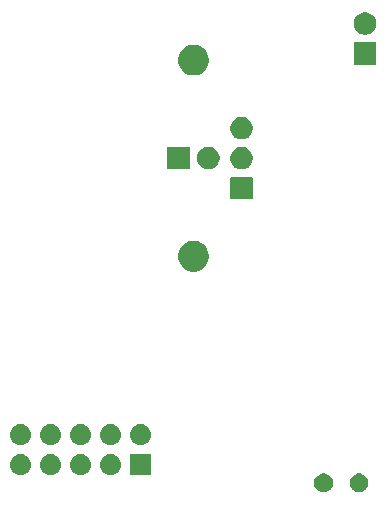
<source format=gbs>
G04 #@! TF.GenerationSoftware,KiCad,Pcbnew,(5.1.0)-1*
G04 #@! TF.CreationDate,2019-04-11T16:46:24+05:30*
G04 #@! TF.ProjectId,senseBe_rev3_main,73656e73-6542-4655-9f72-6576335f6d61,rev?*
G04 #@! TF.SameCoordinates,Original*
G04 #@! TF.FileFunction,Soldermask,Bot*
G04 #@! TF.FilePolarity,Negative*
%FSLAX46Y46*%
G04 Gerber Fmt 4.6, Leading zero omitted, Abs format (unit mm)*
G04 Created by KiCad (PCBNEW (5.1.0)-1) date 2019-04-11 16:46:24*
%MOMM*%
%LPD*%
G04 APERTURE LIST*
%ADD10C,0.100000*%
G04 APERTURE END LIST*
D10*
G36*
X44233642Y-52729781D02*
G01*
X44379414Y-52790162D01*
X44379416Y-52790163D01*
X44510608Y-52877822D01*
X44622178Y-52989392D01*
X44709837Y-53120584D01*
X44709838Y-53120586D01*
X44770219Y-53266358D01*
X44801000Y-53421107D01*
X44801000Y-53578893D01*
X44770219Y-53733642D01*
X44709838Y-53879414D01*
X44709837Y-53879416D01*
X44622178Y-54010608D01*
X44510608Y-54122178D01*
X44379416Y-54209837D01*
X44379415Y-54209838D01*
X44379414Y-54209838D01*
X44233642Y-54270219D01*
X44078893Y-54301000D01*
X43921107Y-54301000D01*
X43766358Y-54270219D01*
X43620586Y-54209838D01*
X43620585Y-54209838D01*
X43620584Y-54209837D01*
X43489392Y-54122178D01*
X43377822Y-54010608D01*
X43290163Y-53879416D01*
X43290162Y-53879414D01*
X43229781Y-53733642D01*
X43199000Y-53578893D01*
X43199000Y-53421107D01*
X43229781Y-53266358D01*
X43290162Y-53120586D01*
X43290163Y-53120584D01*
X43377822Y-52989392D01*
X43489392Y-52877822D01*
X43620584Y-52790163D01*
X43620586Y-52790162D01*
X43766358Y-52729781D01*
X43921107Y-52699000D01*
X44078893Y-52699000D01*
X44233642Y-52729781D01*
X44233642Y-52729781D01*
G37*
G36*
X41233642Y-52729781D02*
G01*
X41379414Y-52790162D01*
X41379416Y-52790163D01*
X41510608Y-52877822D01*
X41622178Y-52989392D01*
X41709837Y-53120584D01*
X41709838Y-53120586D01*
X41770219Y-53266358D01*
X41801000Y-53421107D01*
X41801000Y-53578893D01*
X41770219Y-53733642D01*
X41709838Y-53879414D01*
X41709837Y-53879416D01*
X41622178Y-54010608D01*
X41510608Y-54122178D01*
X41379416Y-54209837D01*
X41379415Y-54209838D01*
X41379414Y-54209838D01*
X41233642Y-54270219D01*
X41078893Y-54301000D01*
X40921107Y-54301000D01*
X40766358Y-54270219D01*
X40620586Y-54209838D01*
X40620585Y-54209838D01*
X40620584Y-54209837D01*
X40489392Y-54122178D01*
X40377822Y-54010608D01*
X40290163Y-53879416D01*
X40290162Y-53879414D01*
X40229781Y-53733642D01*
X40199000Y-53578893D01*
X40199000Y-53421107D01*
X40229781Y-53266358D01*
X40290162Y-53120586D01*
X40290163Y-53120584D01*
X40377822Y-52989392D01*
X40489392Y-52877822D01*
X40620584Y-52790163D01*
X40620586Y-52790162D01*
X40766358Y-52729781D01*
X40921107Y-52699000D01*
X41078893Y-52699000D01*
X41233642Y-52729781D01*
X41233642Y-52729781D01*
G37*
G36*
X20530442Y-51055518D02*
G01*
X20596627Y-51062037D01*
X20766466Y-51113557D01*
X20922991Y-51197222D01*
X20958729Y-51226552D01*
X21060186Y-51309814D01*
X21143448Y-51411271D01*
X21172778Y-51447009D01*
X21256443Y-51603534D01*
X21307963Y-51773373D01*
X21325359Y-51950000D01*
X21307963Y-52126627D01*
X21256443Y-52296466D01*
X21172778Y-52452991D01*
X21143448Y-52488729D01*
X21060186Y-52590186D01*
X20958729Y-52673448D01*
X20922991Y-52702778D01*
X20766466Y-52786443D01*
X20596627Y-52837963D01*
X20530443Y-52844481D01*
X20464260Y-52851000D01*
X20375740Y-52851000D01*
X20309557Y-52844481D01*
X20243373Y-52837963D01*
X20073534Y-52786443D01*
X19917009Y-52702778D01*
X19881271Y-52673448D01*
X19779814Y-52590186D01*
X19696552Y-52488729D01*
X19667222Y-52452991D01*
X19583557Y-52296466D01*
X19532037Y-52126627D01*
X19514641Y-51950000D01*
X19532037Y-51773373D01*
X19583557Y-51603534D01*
X19667222Y-51447009D01*
X19696552Y-51411271D01*
X19779814Y-51309814D01*
X19881271Y-51226552D01*
X19917009Y-51197222D01*
X20073534Y-51113557D01*
X20243373Y-51062037D01*
X20309558Y-51055518D01*
X20375740Y-51049000D01*
X20464260Y-51049000D01*
X20530442Y-51055518D01*
X20530442Y-51055518D01*
G37*
G36*
X26401000Y-52851000D02*
G01*
X24599000Y-52851000D01*
X24599000Y-51049000D01*
X26401000Y-51049000D01*
X26401000Y-52851000D01*
X26401000Y-52851000D01*
G37*
G36*
X15450442Y-51055518D02*
G01*
X15516627Y-51062037D01*
X15686466Y-51113557D01*
X15842991Y-51197222D01*
X15878729Y-51226552D01*
X15980186Y-51309814D01*
X16063448Y-51411271D01*
X16092778Y-51447009D01*
X16176443Y-51603534D01*
X16227963Y-51773373D01*
X16245359Y-51950000D01*
X16227963Y-52126627D01*
X16176443Y-52296466D01*
X16092778Y-52452991D01*
X16063448Y-52488729D01*
X15980186Y-52590186D01*
X15878729Y-52673448D01*
X15842991Y-52702778D01*
X15686466Y-52786443D01*
X15516627Y-52837963D01*
X15450443Y-52844481D01*
X15384260Y-52851000D01*
X15295740Y-52851000D01*
X15229557Y-52844481D01*
X15163373Y-52837963D01*
X14993534Y-52786443D01*
X14837009Y-52702778D01*
X14801271Y-52673448D01*
X14699814Y-52590186D01*
X14616552Y-52488729D01*
X14587222Y-52452991D01*
X14503557Y-52296466D01*
X14452037Y-52126627D01*
X14434641Y-51950000D01*
X14452037Y-51773373D01*
X14503557Y-51603534D01*
X14587222Y-51447009D01*
X14616552Y-51411271D01*
X14699814Y-51309814D01*
X14801271Y-51226552D01*
X14837009Y-51197222D01*
X14993534Y-51113557D01*
X15163373Y-51062037D01*
X15229558Y-51055518D01*
X15295740Y-51049000D01*
X15384260Y-51049000D01*
X15450442Y-51055518D01*
X15450442Y-51055518D01*
G37*
G36*
X17990442Y-51055518D02*
G01*
X18056627Y-51062037D01*
X18226466Y-51113557D01*
X18382991Y-51197222D01*
X18418729Y-51226552D01*
X18520186Y-51309814D01*
X18603448Y-51411271D01*
X18632778Y-51447009D01*
X18716443Y-51603534D01*
X18767963Y-51773373D01*
X18785359Y-51950000D01*
X18767963Y-52126627D01*
X18716443Y-52296466D01*
X18632778Y-52452991D01*
X18603448Y-52488729D01*
X18520186Y-52590186D01*
X18418729Y-52673448D01*
X18382991Y-52702778D01*
X18226466Y-52786443D01*
X18056627Y-52837963D01*
X17990443Y-52844481D01*
X17924260Y-52851000D01*
X17835740Y-52851000D01*
X17769557Y-52844481D01*
X17703373Y-52837963D01*
X17533534Y-52786443D01*
X17377009Y-52702778D01*
X17341271Y-52673448D01*
X17239814Y-52590186D01*
X17156552Y-52488729D01*
X17127222Y-52452991D01*
X17043557Y-52296466D01*
X16992037Y-52126627D01*
X16974641Y-51950000D01*
X16992037Y-51773373D01*
X17043557Y-51603534D01*
X17127222Y-51447009D01*
X17156552Y-51411271D01*
X17239814Y-51309814D01*
X17341271Y-51226552D01*
X17377009Y-51197222D01*
X17533534Y-51113557D01*
X17703373Y-51062037D01*
X17769558Y-51055518D01*
X17835740Y-51049000D01*
X17924260Y-51049000D01*
X17990442Y-51055518D01*
X17990442Y-51055518D01*
G37*
G36*
X23070442Y-51055518D02*
G01*
X23136627Y-51062037D01*
X23306466Y-51113557D01*
X23462991Y-51197222D01*
X23498729Y-51226552D01*
X23600186Y-51309814D01*
X23683448Y-51411271D01*
X23712778Y-51447009D01*
X23796443Y-51603534D01*
X23847963Y-51773373D01*
X23865359Y-51950000D01*
X23847963Y-52126627D01*
X23796443Y-52296466D01*
X23712778Y-52452991D01*
X23683448Y-52488729D01*
X23600186Y-52590186D01*
X23498729Y-52673448D01*
X23462991Y-52702778D01*
X23306466Y-52786443D01*
X23136627Y-52837963D01*
X23070443Y-52844481D01*
X23004260Y-52851000D01*
X22915740Y-52851000D01*
X22849557Y-52844481D01*
X22783373Y-52837963D01*
X22613534Y-52786443D01*
X22457009Y-52702778D01*
X22421271Y-52673448D01*
X22319814Y-52590186D01*
X22236552Y-52488729D01*
X22207222Y-52452991D01*
X22123557Y-52296466D01*
X22072037Y-52126627D01*
X22054641Y-51950000D01*
X22072037Y-51773373D01*
X22123557Y-51603534D01*
X22207222Y-51447009D01*
X22236552Y-51411271D01*
X22319814Y-51309814D01*
X22421271Y-51226552D01*
X22457009Y-51197222D01*
X22613534Y-51113557D01*
X22783373Y-51062037D01*
X22849558Y-51055518D01*
X22915740Y-51049000D01*
X23004260Y-51049000D01*
X23070442Y-51055518D01*
X23070442Y-51055518D01*
G37*
G36*
X20530443Y-48515519D02*
G01*
X20596627Y-48522037D01*
X20766466Y-48573557D01*
X20922991Y-48657222D01*
X20958729Y-48686552D01*
X21060186Y-48769814D01*
X21143448Y-48871271D01*
X21172778Y-48907009D01*
X21256443Y-49063534D01*
X21307963Y-49233373D01*
X21325359Y-49410000D01*
X21307963Y-49586627D01*
X21256443Y-49756466D01*
X21172778Y-49912991D01*
X21143448Y-49948729D01*
X21060186Y-50050186D01*
X20958729Y-50133448D01*
X20922991Y-50162778D01*
X20766466Y-50246443D01*
X20596627Y-50297963D01*
X20530442Y-50304482D01*
X20464260Y-50311000D01*
X20375740Y-50311000D01*
X20309558Y-50304482D01*
X20243373Y-50297963D01*
X20073534Y-50246443D01*
X19917009Y-50162778D01*
X19881271Y-50133448D01*
X19779814Y-50050186D01*
X19696552Y-49948729D01*
X19667222Y-49912991D01*
X19583557Y-49756466D01*
X19532037Y-49586627D01*
X19514641Y-49410000D01*
X19532037Y-49233373D01*
X19583557Y-49063534D01*
X19667222Y-48907009D01*
X19696552Y-48871271D01*
X19779814Y-48769814D01*
X19881271Y-48686552D01*
X19917009Y-48657222D01*
X20073534Y-48573557D01*
X20243373Y-48522037D01*
X20309557Y-48515519D01*
X20375740Y-48509000D01*
X20464260Y-48509000D01*
X20530443Y-48515519D01*
X20530443Y-48515519D01*
G37*
G36*
X23070443Y-48515519D02*
G01*
X23136627Y-48522037D01*
X23306466Y-48573557D01*
X23462991Y-48657222D01*
X23498729Y-48686552D01*
X23600186Y-48769814D01*
X23683448Y-48871271D01*
X23712778Y-48907009D01*
X23796443Y-49063534D01*
X23847963Y-49233373D01*
X23865359Y-49410000D01*
X23847963Y-49586627D01*
X23796443Y-49756466D01*
X23712778Y-49912991D01*
X23683448Y-49948729D01*
X23600186Y-50050186D01*
X23498729Y-50133448D01*
X23462991Y-50162778D01*
X23306466Y-50246443D01*
X23136627Y-50297963D01*
X23070442Y-50304482D01*
X23004260Y-50311000D01*
X22915740Y-50311000D01*
X22849558Y-50304482D01*
X22783373Y-50297963D01*
X22613534Y-50246443D01*
X22457009Y-50162778D01*
X22421271Y-50133448D01*
X22319814Y-50050186D01*
X22236552Y-49948729D01*
X22207222Y-49912991D01*
X22123557Y-49756466D01*
X22072037Y-49586627D01*
X22054641Y-49410000D01*
X22072037Y-49233373D01*
X22123557Y-49063534D01*
X22207222Y-48907009D01*
X22236552Y-48871271D01*
X22319814Y-48769814D01*
X22421271Y-48686552D01*
X22457009Y-48657222D01*
X22613534Y-48573557D01*
X22783373Y-48522037D01*
X22849557Y-48515519D01*
X22915740Y-48509000D01*
X23004260Y-48509000D01*
X23070443Y-48515519D01*
X23070443Y-48515519D01*
G37*
G36*
X25610443Y-48515519D02*
G01*
X25676627Y-48522037D01*
X25846466Y-48573557D01*
X26002991Y-48657222D01*
X26038729Y-48686552D01*
X26140186Y-48769814D01*
X26223448Y-48871271D01*
X26252778Y-48907009D01*
X26336443Y-49063534D01*
X26387963Y-49233373D01*
X26405359Y-49410000D01*
X26387963Y-49586627D01*
X26336443Y-49756466D01*
X26252778Y-49912991D01*
X26223448Y-49948729D01*
X26140186Y-50050186D01*
X26038729Y-50133448D01*
X26002991Y-50162778D01*
X25846466Y-50246443D01*
X25676627Y-50297963D01*
X25610442Y-50304482D01*
X25544260Y-50311000D01*
X25455740Y-50311000D01*
X25389558Y-50304482D01*
X25323373Y-50297963D01*
X25153534Y-50246443D01*
X24997009Y-50162778D01*
X24961271Y-50133448D01*
X24859814Y-50050186D01*
X24776552Y-49948729D01*
X24747222Y-49912991D01*
X24663557Y-49756466D01*
X24612037Y-49586627D01*
X24594641Y-49410000D01*
X24612037Y-49233373D01*
X24663557Y-49063534D01*
X24747222Y-48907009D01*
X24776552Y-48871271D01*
X24859814Y-48769814D01*
X24961271Y-48686552D01*
X24997009Y-48657222D01*
X25153534Y-48573557D01*
X25323373Y-48522037D01*
X25389557Y-48515519D01*
X25455740Y-48509000D01*
X25544260Y-48509000D01*
X25610443Y-48515519D01*
X25610443Y-48515519D01*
G37*
G36*
X15450443Y-48515519D02*
G01*
X15516627Y-48522037D01*
X15686466Y-48573557D01*
X15842991Y-48657222D01*
X15878729Y-48686552D01*
X15980186Y-48769814D01*
X16063448Y-48871271D01*
X16092778Y-48907009D01*
X16176443Y-49063534D01*
X16227963Y-49233373D01*
X16245359Y-49410000D01*
X16227963Y-49586627D01*
X16176443Y-49756466D01*
X16092778Y-49912991D01*
X16063448Y-49948729D01*
X15980186Y-50050186D01*
X15878729Y-50133448D01*
X15842991Y-50162778D01*
X15686466Y-50246443D01*
X15516627Y-50297963D01*
X15450442Y-50304482D01*
X15384260Y-50311000D01*
X15295740Y-50311000D01*
X15229558Y-50304482D01*
X15163373Y-50297963D01*
X14993534Y-50246443D01*
X14837009Y-50162778D01*
X14801271Y-50133448D01*
X14699814Y-50050186D01*
X14616552Y-49948729D01*
X14587222Y-49912991D01*
X14503557Y-49756466D01*
X14452037Y-49586627D01*
X14434641Y-49410000D01*
X14452037Y-49233373D01*
X14503557Y-49063534D01*
X14587222Y-48907009D01*
X14616552Y-48871271D01*
X14699814Y-48769814D01*
X14801271Y-48686552D01*
X14837009Y-48657222D01*
X14993534Y-48573557D01*
X15163373Y-48522037D01*
X15229557Y-48515519D01*
X15295740Y-48509000D01*
X15384260Y-48509000D01*
X15450443Y-48515519D01*
X15450443Y-48515519D01*
G37*
G36*
X17990443Y-48515519D02*
G01*
X18056627Y-48522037D01*
X18226466Y-48573557D01*
X18382991Y-48657222D01*
X18418729Y-48686552D01*
X18520186Y-48769814D01*
X18603448Y-48871271D01*
X18632778Y-48907009D01*
X18716443Y-49063534D01*
X18767963Y-49233373D01*
X18785359Y-49410000D01*
X18767963Y-49586627D01*
X18716443Y-49756466D01*
X18632778Y-49912991D01*
X18603448Y-49948729D01*
X18520186Y-50050186D01*
X18418729Y-50133448D01*
X18382991Y-50162778D01*
X18226466Y-50246443D01*
X18056627Y-50297963D01*
X17990442Y-50304482D01*
X17924260Y-50311000D01*
X17835740Y-50311000D01*
X17769558Y-50304482D01*
X17703373Y-50297963D01*
X17533534Y-50246443D01*
X17377009Y-50162778D01*
X17341271Y-50133448D01*
X17239814Y-50050186D01*
X17156552Y-49948729D01*
X17127222Y-49912991D01*
X17043557Y-49756466D01*
X16992037Y-49586627D01*
X16974641Y-49410000D01*
X16992037Y-49233373D01*
X17043557Y-49063534D01*
X17127222Y-48907009D01*
X17156552Y-48871271D01*
X17239814Y-48769814D01*
X17341271Y-48686552D01*
X17377009Y-48657222D01*
X17533534Y-48573557D01*
X17703373Y-48522037D01*
X17769557Y-48515519D01*
X17835740Y-48509000D01*
X17924260Y-48509000D01*
X17990443Y-48515519D01*
X17990443Y-48515519D01*
G37*
G36*
X30379487Y-33048996D02*
G01*
X30616253Y-33147068D01*
X30616255Y-33147069D01*
X30829339Y-33289447D01*
X31010553Y-33470661D01*
X31152932Y-33683747D01*
X31251004Y-33920513D01*
X31301000Y-34171861D01*
X31301000Y-34428139D01*
X31251004Y-34679487D01*
X31152932Y-34916253D01*
X31152931Y-34916255D01*
X31010553Y-35129339D01*
X30829339Y-35310553D01*
X30616255Y-35452931D01*
X30616254Y-35452932D01*
X30616253Y-35452932D01*
X30379487Y-35551004D01*
X30128139Y-35601000D01*
X29871861Y-35601000D01*
X29620513Y-35551004D01*
X29383747Y-35452932D01*
X29383746Y-35452932D01*
X29383745Y-35452931D01*
X29170661Y-35310553D01*
X28989447Y-35129339D01*
X28847069Y-34916255D01*
X28847068Y-34916253D01*
X28748996Y-34679487D01*
X28699000Y-34428139D01*
X28699000Y-34171861D01*
X28748996Y-33920513D01*
X28847068Y-33683747D01*
X28989447Y-33470661D01*
X29170661Y-33289447D01*
X29383745Y-33147069D01*
X29383747Y-33147068D01*
X29620513Y-33048996D01*
X29871861Y-32999000D01*
X30128139Y-32999000D01*
X30379487Y-33048996D01*
X30379487Y-33048996D01*
G37*
G36*
X34860723Y-27602939D02*
G01*
X34893280Y-27612815D01*
X34923276Y-27628848D01*
X34949572Y-27650428D01*
X34971152Y-27676724D01*
X34987185Y-27706720D01*
X34997061Y-27739277D01*
X35001000Y-27779269D01*
X35001000Y-29320731D01*
X34997061Y-29360723D01*
X34987185Y-29393280D01*
X34971152Y-29423276D01*
X34949572Y-29449572D01*
X34923276Y-29471152D01*
X34893280Y-29487185D01*
X34860723Y-29497061D01*
X34820731Y-29501000D01*
X33279269Y-29501000D01*
X33239277Y-29497061D01*
X33206720Y-29487185D01*
X33176724Y-29471152D01*
X33150428Y-29449572D01*
X33128848Y-29423276D01*
X33112815Y-29393280D01*
X33102939Y-29360723D01*
X33099000Y-29320731D01*
X33099000Y-27779269D01*
X33102939Y-27739277D01*
X33112815Y-27706720D01*
X33128848Y-27676724D01*
X33150428Y-27650428D01*
X33176724Y-27628848D01*
X33206720Y-27612815D01*
X33239277Y-27602939D01*
X33279269Y-27599000D01*
X34820731Y-27599000D01*
X34860723Y-27602939D01*
X34860723Y-27602939D01*
G37*
G36*
X34327395Y-25095546D02*
G01*
X34500466Y-25167234D01*
X34500467Y-25167235D01*
X34656227Y-25271310D01*
X34788690Y-25403773D01*
X34788691Y-25403775D01*
X34892766Y-25559534D01*
X34964454Y-25732605D01*
X35001000Y-25916333D01*
X35001000Y-26103667D01*
X34964454Y-26287395D01*
X34892766Y-26460466D01*
X34892765Y-26460467D01*
X34788690Y-26616227D01*
X34656227Y-26748690D01*
X34577818Y-26801081D01*
X34500466Y-26852766D01*
X34327395Y-26924454D01*
X34143667Y-26961000D01*
X33956333Y-26961000D01*
X33772605Y-26924454D01*
X33599534Y-26852766D01*
X33522182Y-26801081D01*
X33443773Y-26748690D01*
X33311310Y-26616227D01*
X33207235Y-26460467D01*
X33207234Y-26460466D01*
X33135546Y-26287395D01*
X33099000Y-26103667D01*
X33099000Y-25916333D01*
X33135546Y-25732605D01*
X33207234Y-25559534D01*
X33311309Y-25403775D01*
X33311310Y-25403773D01*
X33443773Y-25271310D01*
X33599533Y-25167235D01*
X33599534Y-25167234D01*
X33772605Y-25095546D01*
X33956333Y-25059000D01*
X34143667Y-25059000D01*
X34327395Y-25095546D01*
X34327395Y-25095546D01*
G37*
G36*
X29651000Y-26951000D02*
G01*
X27749000Y-26951000D01*
X27749000Y-25049000D01*
X29651000Y-25049000D01*
X29651000Y-26951000D01*
X29651000Y-26951000D01*
G37*
G36*
X31517395Y-25085546D02*
G01*
X31690466Y-25157234D01*
X31767818Y-25208919D01*
X31846227Y-25261310D01*
X31978690Y-25393773D01*
X31985373Y-25403775D01*
X32082766Y-25549534D01*
X32154454Y-25722605D01*
X32191000Y-25906333D01*
X32191000Y-26093667D01*
X32154454Y-26277395D01*
X32082766Y-26450466D01*
X32031081Y-26527818D01*
X31978690Y-26606227D01*
X31846227Y-26738690D01*
X31831259Y-26748691D01*
X31690466Y-26842766D01*
X31517395Y-26914454D01*
X31333667Y-26951000D01*
X31146333Y-26951000D01*
X30962605Y-26914454D01*
X30789534Y-26842766D01*
X30648741Y-26748691D01*
X30633773Y-26738690D01*
X30501310Y-26606227D01*
X30448919Y-26527818D01*
X30397234Y-26450466D01*
X30325546Y-26277395D01*
X30289000Y-26093667D01*
X30289000Y-25906333D01*
X30325546Y-25722605D01*
X30397234Y-25549534D01*
X30494627Y-25403775D01*
X30501310Y-25393773D01*
X30633773Y-25261310D01*
X30712182Y-25208919D01*
X30789534Y-25157234D01*
X30962605Y-25085546D01*
X31146333Y-25049000D01*
X31333667Y-25049000D01*
X31517395Y-25085546D01*
X31517395Y-25085546D01*
G37*
G36*
X34327395Y-22555546D02*
G01*
X34500466Y-22627234D01*
X34500467Y-22627235D01*
X34656227Y-22731310D01*
X34788690Y-22863773D01*
X34788691Y-22863775D01*
X34892766Y-23019534D01*
X34964454Y-23192605D01*
X35001000Y-23376333D01*
X35001000Y-23563667D01*
X34964454Y-23747395D01*
X34892766Y-23920466D01*
X34892765Y-23920467D01*
X34788690Y-24076227D01*
X34656227Y-24208690D01*
X34577818Y-24261081D01*
X34500466Y-24312766D01*
X34327395Y-24384454D01*
X34143667Y-24421000D01*
X33956333Y-24421000D01*
X33772605Y-24384454D01*
X33599534Y-24312766D01*
X33522182Y-24261081D01*
X33443773Y-24208690D01*
X33311310Y-24076227D01*
X33207235Y-23920467D01*
X33207234Y-23920466D01*
X33135546Y-23747395D01*
X33099000Y-23563667D01*
X33099000Y-23376333D01*
X33135546Y-23192605D01*
X33207234Y-23019534D01*
X33311309Y-22863775D01*
X33311310Y-22863773D01*
X33443773Y-22731310D01*
X33599533Y-22627235D01*
X33599534Y-22627234D01*
X33772605Y-22555546D01*
X33956333Y-22519000D01*
X34143667Y-22519000D01*
X34327395Y-22555546D01*
X34327395Y-22555546D01*
G37*
G36*
X30379487Y-16448996D02*
G01*
X30616253Y-16547068D01*
X30616255Y-16547069D01*
X30829339Y-16689447D01*
X31010553Y-16870661D01*
X31152932Y-17083747D01*
X31251004Y-17320513D01*
X31301000Y-17571861D01*
X31301000Y-17828139D01*
X31251004Y-18079487D01*
X31152932Y-18316253D01*
X31152931Y-18316255D01*
X31010553Y-18529339D01*
X30829339Y-18710553D01*
X30616255Y-18852931D01*
X30616254Y-18852932D01*
X30616253Y-18852932D01*
X30379487Y-18951004D01*
X30128139Y-19001000D01*
X29871861Y-19001000D01*
X29620513Y-18951004D01*
X29383747Y-18852932D01*
X29383746Y-18852932D01*
X29383745Y-18852931D01*
X29170661Y-18710553D01*
X28989447Y-18529339D01*
X28847069Y-18316255D01*
X28847068Y-18316253D01*
X28748996Y-18079487D01*
X28699000Y-17828139D01*
X28699000Y-17571861D01*
X28748996Y-17320513D01*
X28847068Y-17083747D01*
X28989447Y-16870661D01*
X29170661Y-16689447D01*
X29383745Y-16547069D01*
X29383747Y-16547068D01*
X29620513Y-16448996D01*
X29871861Y-16399000D01*
X30128139Y-16399000D01*
X30379487Y-16448996D01*
X30379487Y-16448996D01*
G37*
G36*
X45451000Y-18101000D02*
G01*
X43549000Y-18101000D01*
X43549000Y-16199000D01*
X45451000Y-16199000D01*
X45451000Y-18101000D01*
X45451000Y-18101000D01*
G37*
G36*
X44777395Y-13695546D02*
G01*
X44950466Y-13767234D01*
X44950467Y-13767235D01*
X45106227Y-13871310D01*
X45238690Y-14003773D01*
X45238691Y-14003775D01*
X45342766Y-14159534D01*
X45414454Y-14332605D01*
X45451000Y-14516333D01*
X45451000Y-14703667D01*
X45414454Y-14887395D01*
X45342766Y-15060466D01*
X45342765Y-15060467D01*
X45238690Y-15216227D01*
X45106227Y-15348690D01*
X45027818Y-15401081D01*
X44950466Y-15452766D01*
X44777395Y-15524454D01*
X44593667Y-15561000D01*
X44406333Y-15561000D01*
X44222605Y-15524454D01*
X44049534Y-15452766D01*
X43972182Y-15401081D01*
X43893773Y-15348690D01*
X43761310Y-15216227D01*
X43657235Y-15060467D01*
X43657234Y-15060466D01*
X43585546Y-14887395D01*
X43549000Y-14703667D01*
X43549000Y-14516333D01*
X43585546Y-14332605D01*
X43657234Y-14159534D01*
X43761309Y-14003775D01*
X43761310Y-14003773D01*
X43893773Y-13871310D01*
X44049533Y-13767235D01*
X44049534Y-13767234D01*
X44222605Y-13695546D01*
X44406333Y-13659000D01*
X44593667Y-13659000D01*
X44777395Y-13695546D01*
X44777395Y-13695546D01*
G37*
M02*

</source>
